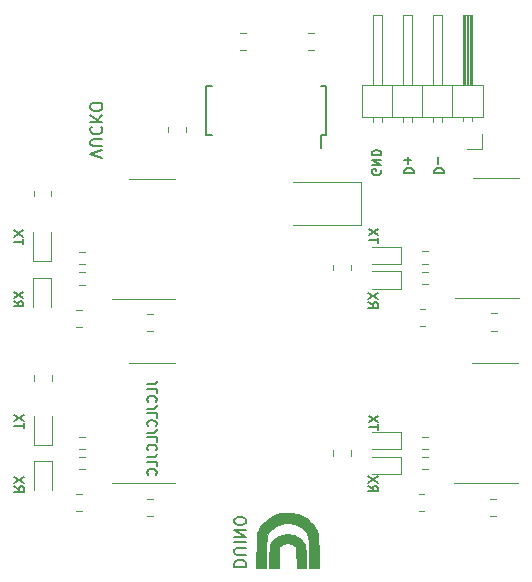
<source format=gbr>
%TF.GenerationSoftware,KiCad,Pcbnew,(5.1.12)-1*%
%TF.CreationDate,2022-03-26T18:35:52+01:00*%
%TF.ProjectId,Duino Coin,4475696e-6f20-4436-9f69-6e2e6b696361,rev?*%
%TF.SameCoordinates,Original*%
%TF.FileFunction,Legend,Bot*%
%TF.FilePolarity,Positive*%
%FSLAX46Y46*%
G04 Gerber Fmt 4.6, Leading zero omitted, Abs format (unit mm)*
G04 Created by KiCad (PCBNEW (5.1.12)-1) date 2022-03-26 18:35:52*
%MOMM*%
%LPD*%
G01*
G04 APERTURE LIST*
%ADD10C,0.150000*%
%ADD11C,0.010000*%
%ADD12C,0.120000*%
G04 APERTURE END LIST*
D10*
X159399219Y-101796552D02*
X158399219Y-101463219D01*
X159399219Y-101129885D01*
X159399219Y-100796552D02*
X158589695Y-100796552D01*
X158494457Y-100748933D01*
X158446838Y-100701314D01*
X158399219Y-100606076D01*
X158399219Y-100415600D01*
X158446838Y-100320361D01*
X158494457Y-100272742D01*
X158589695Y-100225123D01*
X159399219Y-100225123D01*
X158494457Y-99177504D02*
X158446838Y-99225123D01*
X158399219Y-99367980D01*
X158399219Y-99463219D01*
X158446838Y-99606076D01*
X158542076Y-99701314D01*
X158637314Y-99748933D01*
X158827790Y-99796552D01*
X158970647Y-99796552D01*
X159161123Y-99748933D01*
X159256361Y-99701314D01*
X159351600Y-99606076D01*
X159399219Y-99463219D01*
X159399219Y-99367980D01*
X159351600Y-99225123D01*
X159303980Y-99177504D01*
X158399219Y-98748933D02*
X159399219Y-98748933D01*
X158399219Y-98177504D02*
X158970647Y-98606076D01*
X159399219Y-98177504D02*
X158827790Y-98748933D01*
X159399219Y-97558457D02*
X159399219Y-97367980D01*
X159351600Y-97272742D01*
X159256361Y-97177504D01*
X159065885Y-97129885D01*
X158732552Y-97129885D01*
X158542076Y-97177504D01*
X158446838Y-97272742D01*
X158399219Y-97367980D01*
X158399219Y-97558457D01*
X158446838Y-97653695D01*
X158542076Y-97748933D01*
X158732552Y-97796552D01*
X159065885Y-97796552D01*
X159256361Y-97748933D01*
X159351600Y-97653695D01*
X159399219Y-97558457D01*
X182975200Y-102819123D02*
X183013295Y-102895314D01*
X183013295Y-103009600D01*
X182975200Y-103123885D01*
X182899009Y-103200076D01*
X182822819Y-103238171D01*
X182670438Y-103276266D01*
X182556152Y-103276266D01*
X182403771Y-103238171D01*
X182327580Y-103200076D01*
X182251390Y-103123885D01*
X182213295Y-103009600D01*
X182213295Y-102933409D01*
X182251390Y-102819123D01*
X182289485Y-102781028D01*
X182556152Y-102781028D01*
X182556152Y-102933409D01*
X182213295Y-102438171D02*
X183013295Y-102438171D01*
X182213295Y-101981028D01*
X183013295Y-101981028D01*
X182213295Y-101600076D02*
X183013295Y-101600076D01*
X183013295Y-101409600D01*
X182975200Y-101295314D01*
X182899009Y-101219123D01*
X182822819Y-101181028D01*
X182670438Y-101142933D01*
X182556152Y-101142933D01*
X182403771Y-101181028D01*
X182327580Y-101219123D01*
X182251390Y-101295314D01*
X182213295Y-101409600D01*
X182213295Y-101600076D01*
X187496495Y-103117561D02*
X188296495Y-103117561D01*
X188296495Y-102927085D01*
X188258400Y-102812800D01*
X188182209Y-102736609D01*
X188106019Y-102698514D01*
X187953638Y-102660419D01*
X187839352Y-102660419D01*
X187686971Y-102698514D01*
X187610780Y-102736609D01*
X187534590Y-102812800D01*
X187496495Y-102927085D01*
X187496495Y-103117561D01*
X187801257Y-102317561D02*
X187801257Y-101708038D01*
X184956495Y-103117561D02*
X185756495Y-103117561D01*
X185756495Y-102927085D01*
X185718400Y-102812800D01*
X185642209Y-102736609D01*
X185566019Y-102698514D01*
X185413638Y-102660419D01*
X185299352Y-102660419D01*
X185146971Y-102698514D01*
X185070780Y-102736609D01*
X184994590Y-102812800D01*
X184956495Y-102927085D01*
X184956495Y-103117561D01*
X185261257Y-102317561D02*
X185261257Y-101708038D01*
X184956495Y-102012800D02*
X185566019Y-102012800D01*
X170570899Y-136401868D02*
X171570899Y-136401868D01*
X171570899Y-136163773D01*
X171523280Y-136020916D01*
X171428041Y-135925678D01*
X171332803Y-135878059D01*
X171142327Y-135830440D01*
X170999470Y-135830440D01*
X170808994Y-135878059D01*
X170713756Y-135925678D01*
X170618518Y-136020916D01*
X170570899Y-136163773D01*
X170570899Y-136401868D01*
X171570899Y-135401868D02*
X170761375Y-135401868D01*
X170666137Y-135354249D01*
X170618518Y-135306630D01*
X170570899Y-135211392D01*
X170570899Y-135020916D01*
X170618518Y-134925678D01*
X170666137Y-134878059D01*
X170761375Y-134830440D01*
X171570899Y-134830440D01*
X170570899Y-134354249D02*
X171570899Y-134354249D01*
X170570899Y-133878059D02*
X171570899Y-133878059D01*
X170570899Y-133306630D01*
X171570899Y-133306630D01*
X171570899Y-132639963D02*
X171570899Y-132449487D01*
X171523280Y-132354249D01*
X171428041Y-132259011D01*
X171237565Y-132211392D01*
X170904232Y-132211392D01*
X170713756Y-132259011D01*
X170618518Y-132354249D01*
X170570899Y-132449487D01*
X170570899Y-132639963D01*
X170618518Y-132735201D01*
X170713756Y-132830440D01*
X170904232Y-132878059D01*
X171237565Y-132878059D01*
X171428041Y-132830440D01*
X171523280Y-132735201D01*
X171570899Y-132639963D01*
X182759295Y-124815523D02*
X182759295Y-124358380D01*
X181959295Y-124586952D02*
X182759295Y-124586952D01*
X182759295Y-124167904D02*
X181959295Y-123634571D01*
X182759295Y-123634571D02*
X181959295Y-124167904D01*
X181908495Y-129571733D02*
X182289447Y-129838400D01*
X181908495Y-130028876D02*
X182708495Y-130028876D01*
X182708495Y-129724114D01*
X182670400Y-129647923D01*
X182632304Y-129609828D01*
X182556114Y-129571733D01*
X182441828Y-129571733D01*
X182365638Y-129609828D01*
X182327542Y-129647923D01*
X182289447Y-129724114D01*
X182289447Y-130028876D01*
X182708495Y-129305066D02*
X181908495Y-128771733D01*
X182708495Y-128771733D02*
X181908495Y-129305066D01*
X152736495Y-124713923D02*
X152736495Y-124256780D01*
X151936495Y-124485352D02*
X152736495Y-124485352D01*
X152736495Y-124066304D02*
X151936495Y-123532971D01*
X152736495Y-123532971D02*
X151936495Y-124066304D01*
X151936495Y-129622533D02*
X152317447Y-129889200D01*
X151936495Y-130079676D02*
X152736495Y-130079676D01*
X152736495Y-129774914D01*
X152698400Y-129698723D01*
X152660304Y-129660628D01*
X152584114Y-129622533D01*
X152469828Y-129622533D01*
X152393638Y-129660628D01*
X152355542Y-129698723D01*
X152317447Y-129774914D01*
X152317447Y-130079676D01*
X152736495Y-129355866D02*
X151936495Y-128822533D01*
X152736495Y-128822533D02*
X151936495Y-129355866D01*
X152685695Y-109118323D02*
X152685695Y-108661180D01*
X151885695Y-108889752D02*
X152685695Y-108889752D01*
X152685695Y-108470704D02*
X151885695Y-107937371D01*
X152685695Y-107937371D02*
X151885695Y-108470704D01*
X151885695Y-113925333D02*
X152266647Y-114192000D01*
X151885695Y-114382476D02*
X152685695Y-114382476D01*
X152685695Y-114077714D01*
X152647600Y-114001523D01*
X152609504Y-113963428D01*
X152533314Y-113925333D01*
X152419028Y-113925333D01*
X152342838Y-113963428D01*
X152304742Y-114001523D01*
X152266647Y-114077714D01*
X152266647Y-114382476D01*
X152685695Y-113658666D02*
X151885695Y-113125333D01*
X152685695Y-113125333D02*
X151885695Y-113658666D01*
X182759295Y-109016723D02*
X182759295Y-108559580D01*
X181959295Y-108788152D02*
X182759295Y-108788152D01*
X182759295Y-108369104D02*
X181959295Y-107835771D01*
X182759295Y-107835771D02*
X181959295Y-108369104D01*
X181908495Y-114026933D02*
X182289447Y-114293600D01*
X181908495Y-114484076D02*
X182708495Y-114484076D01*
X182708495Y-114179314D01*
X182670400Y-114103123D01*
X182632304Y-114065028D01*
X182556114Y-114026933D01*
X182441828Y-114026933D01*
X182365638Y-114065028D01*
X182327542Y-114103123D01*
X182289447Y-114179314D01*
X182289447Y-114484076D01*
X182708495Y-113760266D02*
X181908495Y-113226933D01*
X182708495Y-113226933D02*
X181908495Y-113760266D01*
X163188704Y-120967961D02*
X163760133Y-120967961D01*
X163874419Y-120929866D01*
X163950609Y-120853676D01*
X163988704Y-120739390D01*
X163988704Y-120663200D01*
X163988704Y-121729866D02*
X163988704Y-121348914D01*
X163188704Y-121348914D01*
X163912514Y-122453676D02*
X163950609Y-122415580D01*
X163988704Y-122301295D01*
X163988704Y-122225104D01*
X163950609Y-122110819D01*
X163874419Y-122034628D01*
X163798228Y-121996533D01*
X163645847Y-121958438D01*
X163531561Y-121958438D01*
X163379180Y-121996533D01*
X163302990Y-122034628D01*
X163226800Y-122110819D01*
X163188704Y-122225104D01*
X163188704Y-122301295D01*
X163226800Y-122415580D01*
X163264895Y-122453676D01*
X163188704Y-123025104D02*
X163760133Y-123025104D01*
X163874419Y-122987009D01*
X163950609Y-122910819D01*
X163988704Y-122796533D01*
X163988704Y-122720342D01*
X163988704Y-123787009D02*
X163988704Y-123406057D01*
X163188704Y-123406057D01*
X163912514Y-124510819D02*
X163950609Y-124472723D01*
X163988704Y-124358438D01*
X163988704Y-124282247D01*
X163950609Y-124167961D01*
X163874419Y-124091771D01*
X163798228Y-124053676D01*
X163645847Y-124015580D01*
X163531561Y-124015580D01*
X163379180Y-124053676D01*
X163302990Y-124091771D01*
X163226800Y-124167961D01*
X163188704Y-124282247D01*
X163188704Y-124358438D01*
X163226800Y-124472723D01*
X163264895Y-124510819D01*
X163188704Y-125082247D02*
X163760133Y-125082247D01*
X163874419Y-125044152D01*
X163950609Y-124967961D01*
X163988704Y-124853676D01*
X163988704Y-124777485D01*
X163988704Y-125844152D02*
X163988704Y-125463200D01*
X163188704Y-125463200D01*
X163912514Y-126567961D02*
X163950609Y-126529866D01*
X163988704Y-126415580D01*
X163988704Y-126339390D01*
X163950609Y-126225104D01*
X163874419Y-126148914D01*
X163798228Y-126110819D01*
X163645847Y-126072723D01*
X163531561Y-126072723D01*
X163379180Y-126110819D01*
X163302990Y-126148914D01*
X163226800Y-126225104D01*
X163188704Y-126339390D01*
X163188704Y-126415580D01*
X163226800Y-126529866D01*
X163264895Y-126567961D01*
X163188704Y-127139390D02*
X163760133Y-127139390D01*
X163874419Y-127101295D01*
X163950609Y-127025104D01*
X163988704Y-126910819D01*
X163988704Y-126834628D01*
X163988704Y-127901295D02*
X163988704Y-127520342D01*
X163188704Y-127520342D01*
X163912514Y-128625104D02*
X163950609Y-128587009D01*
X163988704Y-128472723D01*
X163988704Y-128396533D01*
X163950609Y-128282247D01*
X163874419Y-128206057D01*
X163798228Y-128167961D01*
X163645847Y-128129866D01*
X163531561Y-128129866D01*
X163379180Y-128167961D01*
X163302990Y-128206057D01*
X163226800Y-128282247D01*
X163188704Y-128396533D01*
X163188704Y-128472723D01*
X163226800Y-128587009D01*
X163264895Y-128625104D01*
D11*
%TO.C,L2*%
G36*
X176611569Y-135706832D02*
G01*
X176611047Y-135522729D01*
X176609621Y-135346597D01*
X176607398Y-135183503D01*
X176604486Y-135038514D01*
X176600993Y-134916697D01*
X176597027Y-134823120D01*
X176592695Y-134762849D01*
X176591246Y-134751400D01*
X176543538Y-134570202D01*
X176459506Y-134394601D01*
X176342804Y-134228932D01*
X176197087Y-134077529D01*
X176026011Y-133944725D01*
X175833230Y-133834856D01*
X175808526Y-133823288D01*
X175684483Y-133770365D01*
X175571369Y-133732051D01*
X175458388Y-133706297D01*
X175334742Y-133691053D01*
X175189635Y-133684270D01*
X175071720Y-133683451D01*
X174947399Y-133684584D01*
X174852920Y-133687682D01*
X174778134Y-133693900D01*
X174712891Y-133704393D01*
X174647042Y-133720318D01*
X174582465Y-133739154D01*
X174345121Y-133829272D01*
X174133500Y-133946692D01*
X173949708Y-134089742D01*
X173795854Y-134256752D01*
X173674044Y-134446050D01*
X173662383Y-134468779D01*
X173637234Y-134521517D01*
X173616214Y-134573213D01*
X173598955Y-134627931D01*
X173585088Y-134689735D01*
X173574245Y-134762689D01*
X173566058Y-134850857D01*
X173560160Y-134958302D01*
X173556181Y-135089090D01*
X173553753Y-135247283D01*
X173552509Y-135436946D01*
X173552080Y-135662142D01*
X173552068Y-135686400D01*
X173551720Y-136531400D01*
X174330499Y-136531400D01*
X174336110Y-135664910D01*
X174341720Y-134798419D01*
X174391720Y-134724110D01*
X174467795Y-134640304D01*
X174576807Y-134562356D01*
X174711706Y-134495193D01*
X174729615Y-134487968D01*
X174828609Y-134461135D01*
X174953181Y-134445157D01*
X175090395Y-134440076D01*
X175227320Y-134445932D01*
X175351021Y-134462767D01*
X175435981Y-134485693D01*
X175569030Y-134548161D01*
X175682614Y-134627942D01*
X175766881Y-134718013D01*
X175771720Y-134724952D01*
X175821720Y-134798406D01*
X175841720Y-136521400D01*
X176611720Y-136532264D01*
X176611569Y-135706832D01*
G37*
X176611569Y-135706832D02*
X176611047Y-135522729D01*
X176609621Y-135346597D01*
X176607398Y-135183503D01*
X176604486Y-135038514D01*
X176600993Y-134916697D01*
X176597027Y-134823120D01*
X176592695Y-134762849D01*
X176591246Y-134751400D01*
X176543538Y-134570202D01*
X176459506Y-134394601D01*
X176342804Y-134228932D01*
X176197087Y-134077529D01*
X176026011Y-133944725D01*
X175833230Y-133834856D01*
X175808526Y-133823288D01*
X175684483Y-133770365D01*
X175571369Y-133732051D01*
X175458388Y-133706297D01*
X175334742Y-133691053D01*
X175189635Y-133684270D01*
X175071720Y-133683451D01*
X174947399Y-133684584D01*
X174852920Y-133687682D01*
X174778134Y-133693900D01*
X174712891Y-133704393D01*
X174647042Y-133720318D01*
X174582465Y-133739154D01*
X174345121Y-133829272D01*
X174133500Y-133946692D01*
X173949708Y-134089742D01*
X173795854Y-134256752D01*
X173674044Y-134446050D01*
X173662383Y-134468779D01*
X173637234Y-134521517D01*
X173616214Y-134573213D01*
X173598955Y-134627931D01*
X173585088Y-134689735D01*
X173574245Y-134762689D01*
X173566058Y-134850857D01*
X173560160Y-134958302D01*
X173556181Y-135089090D01*
X173553753Y-135247283D01*
X173552509Y-135436946D01*
X173552080Y-135662142D01*
X173552068Y-135686400D01*
X173551720Y-136531400D01*
X174330499Y-136531400D01*
X174336110Y-135664910D01*
X174341720Y-134798419D01*
X174391720Y-134724110D01*
X174467795Y-134640304D01*
X174576807Y-134562356D01*
X174711706Y-134495193D01*
X174729615Y-134487968D01*
X174828609Y-134461135D01*
X174953181Y-134445157D01*
X175090395Y-134440076D01*
X175227320Y-134445932D01*
X175351021Y-134462767D01*
X175435981Y-134485693D01*
X175569030Y-134548161D01*
X175682614Y-134627942D01*
X175766881Y-134718013D01*
X175771720Y-134724952D01*
X175821720Y-134798406D01*
X175841720Y-136521400D01*
X176611720Y-136532264D01*
X176611569Y-135706832D01*
G36*
X177706458Y-135166400D02*
G01*
X177705098Y-134887382D01*
X177703781Y-134645056D01*
X177702169Y-134436116D01*
X177699923Y-134257255D01*
X177696703Y-134105168D01*
X177692173Y-133976549D01*
X177685994Y-133868091D01*
X177677826Y-133776488D01*
X177667332Y-133698434D01*
X177654173Y-133630624D01*
X177638011Y-133569750D01*
X177618507Y-133512507D01*
X177595322Y-133455589D01*
X177568119Y-133395689D01*
X177536558Y-133329502D01*
X177513479Y-133281400D01*
X177376238Y-133038533D01*
X177204652Y-132808560D01*
X177003358Y-132595398D01*
X176776994Y-132402968D01*
X176530193Y-132235187D01*
X176267594Y-132095975D01*
X175993832Y-131989249D01*
X175979215Y-131984610D01*
X175840359Y-131942991D01*
X175718314Y-131911724D01*
X175603010Y-131889438D01*
X175484377Y-131874760D01*
X175352344Y-131866320D01*
X175196841Y-131862746D01*
X175081720Y-131862376D01*
X174932376Y-131863319D01*
X174814257Y-131865997D01*
X174718605Y-131871066D01*
X174636661Y-131879179D01*
X174559664Y-131890991D01*
X174478857Y-131907157D01*
X174477047Y-131907550D01*
X174160994Y-131994238D01*
X173866954Y-132112885D01*
X173590350Y-132265567D01*
X173403555Y-132394631D01*
X173157439Y-132601045D01*
X172947544Y-132823816D01*
X172773155Y-133063945D01*
X172633558Y-133322435D01*
X172528038Y-133600286D01*
X172516923Y-133637408D01*
X172463438Y-133821400D01*
X172449898Y-136531400D01*
X173291720Y-136531400D01*
X173291872Y-135336400D01*
X173292057Y-135069388D01*
X173292655Y-134839023D01*
X173293838Y-134641949D01*
X173295781Y-134474816D01*
X173298655Y-134334269D01*
X173302635Y-134216956D01*
X173307892Y-134119522D01*
X173314600Y-134038615D01*
X173322931Y-133970882D01*
X173333060Y-133912970D01*
X173345158Y-133861525D01*
X173359399Y-133813194D01*
X173372442Y-133774542D01*
X173457992Y-133588611D01*
X173578776Y-133411424D01*
X173730345Y-133246703D01*
X173908249Y-133098171D01*
X174108039Y-132969549D01*
X174325265Y-132864562D01*
X174551720Y-132787936D01*
X174618577Y-132771178D01*
X174681083Y-132759077D01*
X174747721Y-132750933D01*
X174826973Y-132746045D01*
X174927323Y-132743712D01*
X175057253Y-132743232D01*
X175091720Y-132743309D01*
X175231511Y-132744358D01*
X175339656Y-132747049D01*
X175424496Y-132752089D01*
X175494375Y-132760181D01*
X175557635Y-132772031D01*
X175621720Y-132788098D01*
X175850872Y-132867085D01*
X176068044Y-132973849D01*
X176267958Y-133104362D01*
X176445337Y-133254593D01*
X176594906Y-133420515D01*
X176711387Y-133598098D01*
X176730118Y-133634395D01*
X176757455Y-133690440D01*
X176781006Y-133741829D01*
X176801053Y-133791914D01*
X176817881Y-133844047D01*
X176831771Y-133901580D01*
X176843007Y-133967865D01*
X176851873Y-134046254D01*
X176858652Y-134140098D01*
X176863626Y-134252751D01*
X176867079Y-134387563D01*
X176869294Y-134547887D01*
X176870555Y-134737075D01*
X176871144Y-134958478D01*
X176871345Y-135215450D01*
X176871373Y-135306400D01*
X176871720Y-136531400D01*
X177713289Y-136531400D01*
X177706458Y-135166400D01*
G37*
X177706458Y-135166400D02*
X177705098Y-134887382D01*
X177703781Y-134645056D01*
X177702169Y-134436116D01*
X177699923Y-134257255D01*
X177696703Y-134105168D01*
X177692173Y-133976549D01*
X177685994Y-133868091D01*
X177677826Y-133776488D01*
X177667332Y-133698434D01*
X177654173Y-133630624D01*
X177638011Y-133569750D01*
X177618507Y-133512507D01*
X177595322Y-133455589D01*
X177568119Y-133395689D01*
X177536558Y-133329502D01*
X177513479Y-133281400D01*
X177376238Y-133038533D01*
X177204652Y-132808560D01*
X177003358Y-132595398D01*
X176776994Y-132402968D01*
X176530193Y-132235187D01*
X176267594Y-132095975D01*
X175993832Y-131989249D01*
X175979215Y-131984610D01*
X175840359Y-131942991D01*
X175718314Y-131911724D01*
X175603010Y-131889438D01*
X175484377Y-131874760D01*
X175352344Y-131866320D01*
X175196841Y-131862746D01*
X175081720Y-131862376D01*
X174932376Y-131863319D01*
X174814257Y-131865997D01*
X174718605Y-131871066D01*
X174636661Y-131879179D01*
X174559664Y-131890991D01*
X174478857Y-131907157D01*
X174477047Y-131907550D01*
X174160994Y-131994238D01*
X173866954Y-132112885D01*
X173590350Y-132265567D01*
X173403555Y-132394631D01*
X173157439Y-132601045D01*
X172947544Y-132823816D01*
X172773155Y-133063945D01*
X172633558Y-133322435D01*
X172528038Y-133600286D01*
X172516923Y-133637408D01*
X172463438Y-133821400D01*
X172449898Y-136531400D01*
X173291720Y-136531400D01*
X173291872Y-135336400D01*
X173292057Y-135069388D01*
X173292655Y-134839023D01*
X173293838Y-134641949D01*
X173295781Y-134474816D01*
X173298655Y-134334269D01*
X173302635Y-134216956D01*
X173307892Y-134119522D01*
X173314600Y-134038615D01*
X173322931Y-133970882D01*
X173333060Y-133912970D01*
X173345158Y-133861525D01*
X173359399Y-133813194D01*
X173372442Y-133774542D01*
X173457992Y-133588611D01*
X173578776Y-133411424D01*
X173730345Y-133246703D01*
X173908249Y-133098171D01*
X174108039Y-132969549D01*
X174325265Y-132864562D01*
X174551720Y-132787936D01*
X174618577Y-132771178D01*
X174681083Y-132759077D01*
X174747721Y-132750933D01*
X174826973Y-132746045D01*
X174927323Y-132743712D01*
X175057253Y-132743232D01*
X175091720Y-132743309D01*
X175231511Y-132744358D01*
X175339656Y-132747049D01*
X175424496Y-132752089D01*
X175494375Y-132760181D01*
X175557635Y-132772031D01*
X175621720Y-132788098D01*
X175850872Y-132867085D01*
X176068044Y-132973849D01*
X176267958Y-133104362D01*
X176445337Y-133254593D01*
X176594906Y-133420515D01*
X176711387Y-133598098D01*
X176730118Y-133634395D01*
X176757455Y-133690440D01*
X176781006Y-133741829D01*
X176801053Y-133791914D01*
X176817881Y-133844047D01*
X176831771Y-133901580D01*
X176843007Y-133967865D01*
X176851873Y-134046254D01*
X176858652Y-134140098D01*
X176863626Y-134252751D01*
X176867079Y-134387563D01*
X176869294Y-134547887D01*
X176870555Y-134737075D01*
X176871144Y-134958478D01*
X176871345Y-135215450D01*
X176871373Y-135306400D01*
X176871720Y-136531400D01*
X177713289Y-136531400D01*
X177706458Y-135166400D01*
D12*
%TO.C,J4*%
X191566800Y-101041200D02*
X191566800Y-99771200D01*
X190296800Y-101041200D02*
X191566800Y-101041200D01*
X182296800Y-98728271D02*
X182296800Y-98331200D01*
X183056800Y-98728271D02*
X183056800Y-98331200D01*
X182296800Y-89671200D02*
X182296800Y-95671200D01*
X183056800Y-89671200D02*
X182296800Y-89671200D01*
X183056800Y-95671200D02*
X183056800Y-89671200D01*
X183946800Y-98331200D02*
X183946800Y-95671200D01*
X184836800Y-98728271D02*
X184836800Y-98331200D01*
X185596800Y-98728271D02*
X185596800Y-98331200D01*
X184836800Y-89671200D02*
X184836800Y-95671200D01*
X185596800Y-89671200D02*
X184836800Y-89671200D01*
X185596800Y-95671200D02*
X185596800Y-89671200D01*
X186486800Y-98331200D02*
X186486800Y-95671200D01*
X187376800Y-98728271D02*
X187376800Y-98331200D01*
X188136800Y-98728271D02*
X188136800Y-98331200D01*
X187376800Y-89671200D02*
X187376800Y-95671200D01*
X188136800Y-89671200D02*
X187376800Y-89671200D01*
X188136800Y-95671200D02*
X188136800Y-89671200D01*
X189026800Y-98331200D02*
X189026800Y-95671200D01*
X189916800Y-98661200D02*
X189916800Y-98331200D01*
X190676800Y-98661200D02*
X190676800Y-98331200D01*
X190016800Y-95671200D02*
X190016800Y-89671200D01*
X190136800Y-95671200D02*
X190136800Y-89671200D01*
X190256800Y-95671200D02*
X190256800Y-89671200D01*
X190376800Y-95671200D02*
X190376800Y-89671200D01*
X190496800Y-95671200D02*
X190496800Y-89671200D01*
X190616800Y-95671200D02*
X190616800Y-89671200D01*
X189916800Y-89671200D02*
X189916800Y-95671200D01*
X190676800Y-89671200D02*
X189916800Y-89671200D01*
X190676800Y-95671200D02*
X190676800Y-89671200D01*
X191626800Y-95671200D02*
X191626800Y-98331200D01*
X181346800Y-95671200D02*
X191626800Y-95671200D01*
X181346800Y-98331200D02*
X181346800Y-95671200D01*
X191626800Y-98331200D02*
X181346800Y-98331200D01*
%TO.C,Y5*%
X175557200Y-103864000D02*
X181307200Y-103864000D01*
X181307200Y-103864000D02*
X181307200Y-107464000D01*
X181307200Y-107464000D02*
X175557200Y-107464000D01*
%TO.C,R9*%
X186726564Y-114581000D02*
X186272436Y-114581000D01*
X186726564Y-116051000D02*
X186272436Y-116051000D01*
%TO.C,R10*%
X180414600Y-111326664D02*
X180414600Y-110872536D01*
X178944600Y-111326664D02*
X178944600Y-110872536D01*
%TO.C,R11*%
X157643564Y-130265500D02*
X157189436Y-130265500D01*
X157643564Y-131735500D02*
X157189436Y-131735500D01*
%TO.C,R12*%
X153646200Y-120219736D02*
X153646200Y-120673864D01*
X155116200Y-120219736D02*
X155116200Y-120673864D01*
%TO.C,R13*%
X186663064Y-130265500D02*
X186208936Y-130265500D01*
X186663064Y-131735500D02*
X186208936Y-131735500D01*
%TO.C,R14*%
X180414600Y-127023864D02*
X180414600Y-126569736D01*
X178944600Y-127023864D02*
X178944600Y-126569736D01*
%TO.C,R15*%
X157643564Y-114644500D02*
X157189436Y-114644500D01*
X157643564Y-116114500D02*
X157189436Y-116114500D01*
%TO.C,R16*%
X153595400Y-104573336D02*
X153595400Y-105027464D01*
X155065400Y-104573336D02*
X155065400Y-105027464D01*
%TO.C,C4*%
X192729752Y-130646500D02*
X192207248Y-130646500D01*
X192729752Y-132116500D02*
X192207248Y-132116500D01*
%TO.C,U3*%
X192659000Y-129329500D02*
X189209000Y-129329500D01*
X192659000Y-129329500D02*
X194609000Y-129329500D01*
X192659000Y-119209500D02*
X190709000Y-119209500D01*
X192659000Y-119209500D02*
X194609000Y-119209500D01*
D10*
%TO.C,U5*%
X177891500Y-99865000D02*
X177891500Y-100990000D01*
X168211500Y-99865000D02*
X168211500Y-95715000D01*
X178371500Y-99865000D02*
X178371500Y-95715000D01*
X168211500Y-99865000D02*
X168691500Y-99865000D01*
X168211500Y-95715000D02*
X168691500Y-95715000D01*
X178371500Y-95715000D02*
X177891500Y-95715000D01*
X178371500Y-99865000D02*
X177891500Y-99865000D01*
D12*
%TO.C,U4*%
X163639500Y-113708500D02*
X160189500Y-113708500D01*
X163639500Y-113708500D02*
X165589500Y-113708500D01*
X163639500Y-103588500D02*
X161689500Y-103588500D01*
X163639500Y-103588500D02*
X165589500Y-103588500D01*
%TO.C,U2*%
X163639500Y-129329500D02*
X160189500Y-129329500D01*
X163639500Y-129329500D02*
X165589500Y-129329500D01*
X163639500Y-119209500D02*
X161689500Y-119209500D01*
X163639500Y-119209500D02*
X165589500Y-119209500D01*
%TO.C,U1*%
X192722500Y-113645000D02*
X189272500Y-113645000D01*
X192722500Y-113645000D02*
X194672500Y-113645000D01*
X192722500Y-103525000D02*
X190772500Y-103525000D01*
X192722500Y-103525000D02*
X194672500Y-103525000D01*
%TO.C,R29*%
X166470000Y-99604564D02*
X166470000Y-99150436D01*
X165000000Y-99604564D02*
X165000000Y-99150436D01*
%TO.C,R8*%
X157925224Y-110822000D02*
X157415776Y-110822000D01*
X157925224Y-109777000D02*
X157415776Y-109777000D01*
%TO.C,R7*%
X186944724Y-126443000D02*
X186435276Y-126443000D01*
X186944724Y-125398000D02*
X186435276Y-125398000D01*
%TO.C,R6*%
X157925224Y-126443000D02*
X157415776Y-126443000D01*
X157925224Y-125398000D02*
X157415776Y-125398000D01*
%TO.C,R5*%
X187008224Y-110758500D02*
X186498776Y-110758500D01*
X187008224Y-109713500D02*
X186498776Y-109713500D01*
%TO.C,R4*%
X157415776Y-111491500D02*
X157925224Y-111491500D01*
X157415776Y-112536500D02*
X157925224Y-112536500D01*
%TO.C,R3*%
X186435276Y-127112500D02*
X186944724Y-127112500D01*
X186435276Y-128157500D02*
X186944724Y-128157500D01*
%TO.C,R2*%
X157415776Y-127112500D02*
X157925224Y-127112500D01*
X157415776Y-128157500D02*
X157925224Y-128157500D01*
%TO.C,R1*%
X186498776Y-111428000D02*
X187008224Y-111428000D01*
X186498776Y-112473000D02*
X187008224Y-112473000D01*
%TO.C,D8*%
X153570000Y-110499000D02*
X153570000Y-108039000D01*
X155040000Y-110499000D02*
X153570000Y-110499000D01*
X155040000Y-108039000D02*
X155040000Y-110499000D01*
%TO.C,D7*%
X155040000Y-111941500D02*
X155040000Y-114401500D01*
X153570000Y-111941500D02*
X155040000Y-111941500D01*
X153570000Y-114401500D02*
X153570000Y-111941500D01*
%TO.C,D6*%
X184667000Y-126465000D02*
X182207000Y-126465000D01*
X184667000Y-124995000D02*
X184667000Y-126465000D01*
X182207000Y-124995000D02*
X184667000Y-124995000D01*
%TO.C,D5*%
X184667000Y-128560500D02*
X182207000Y-128560500D01*
X184667000Y-127090500D02*
X184667000Y-128560500D01*
X182207000Y-127090500D02*
X184667000Y-127090500D01*
%TO.C,D4*%
X153633500Y-126120000D02*
X153633500Y-123660000D01*
X155103500Y-126120000D02*
X153633500Y-126120000D01*
X155103500Y-123660000D02*
X155103500Y-126120000D01*
%TO.C,D3*%
X155103500Y-127499000D02*
X155103500Y-129959000D01*
X153633500Y-127499000D02*
X155103500Y-127499000D01*
X153633500Y-129959000D02*
X153633500Y-127499000D01*
%TO.C,D2*%
X184730500Y-110780500D02*
X182270500Y-110780500D01*
X184730500Y-109310500D02*
X184730500Y-110780500D01*
X182270500Y-109310500D02*
X184730500Y-109310500D01*
%TO.C,D1*%
X184730500Y-112876000D02*
X182270500Y-112876000D01*
X184730500Y-111406000D02*
X184730500Y-112876000D01*
X182270500Y-111406000D02*
X184730500Y-111406000D01*
%TO.C,C23*%
X171584252Y-91213000D02*
X171061748Y-91213000D01*
X171584252Y-92683000D02*
X171061748Y-92683000D01*
%TO.C,C21*%
X176840248Y-92683000D02*
X177362752Y-92683000D01*
X176840248Y-91213000D02*
X177362752Y-91213000D01*
%TO.C,C5*%
X163710252Y-115025500D02*
X163187748Y-115025500D01*
X163710252Y-116495500D02*
X163187748Y-116495500D01*
%TO.C,C3*%
X163710252Y-130646500D02*
X163187748Y-130646500D01*
X163710252Y-132116500D02*
X163187748Y-132116500D01*
%TO.C,C2*%
X192793252Y-114962000D02*
X192270748Y-114962000D01*
X192793252Y-116432000D02*
X192270748Y-116432000D01*
%TD*%
M02*

</source>
